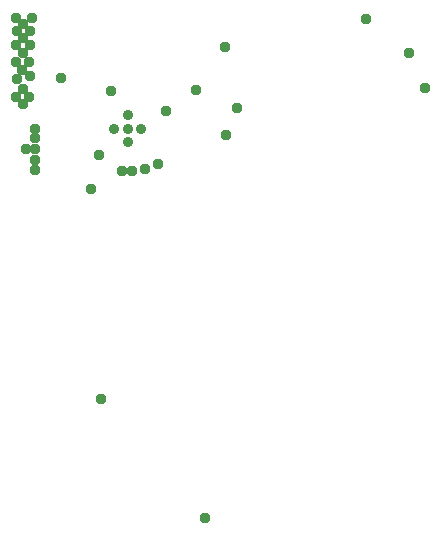
<source format=gbr>
G04 EAGLE Gerber RS-274X export*
G75*
%MOMM*%
%FSLAX34Y34*%
%LPD*%
%INSoldermask Bottom*%
%IPPOS*%
%AMOC8*
5,1,8,0,0,1.08239X$1,22.5*%
G01*
G04 Define Apertures*
%ADD10C,0.911200*%
%ADD11C,0.959600*%
D10*
X-58690Y136320D03*
X-58690Y147820D03*
X-70190Y136320D03*
X-58690Y124820D03*
X-47190Y136320D03*
D11*
X-73000Y168000D03*
X-153000Y230000D03*
X-140000Y230000D03*
X-152000Y219000D03*
X-141000Y219000D03*
X-153000Y207000D03*
X-141000Y207000D03*
X-147000Y213000D03*
X-147000Y225000D03*
X-147000Y200000D03*
X-153000Y193000D03*
X-142000Y193000D03*
X-148000Y186000D03*
X-152000Y178000D03*
X-141000Y181000D03*
X-147000Y170000D03*
X-153000Y163000D03*
X-142000Y163000D03*
X-147000Y157000D03*
X-137000Y136000D03*
X-137000Y128000D03*
X-137000Y119000D03*
X-145000Y119000D03*
X-137000Y110000D03*
X-137000Y101000D03*
X34000Y154000D03*
X25000Y131000D03*
X-83000Y114000D03*
X143000Y229000D03*
X193000Y171000D03*
X180000Y200000D03*
X-33000Y106000D03*
X-90000Y85000D03*
X-26000Y151000D03*
X-80824Y-92958D03*
X-44000Y102000D03*
X-54605Y100000D03*
X24000Y205000D03*
X-63693Y100307D03*
X7000Y-193000D03*
X-115000Y179000D03*
X-1000Y169000D03*
M02*

</source>
